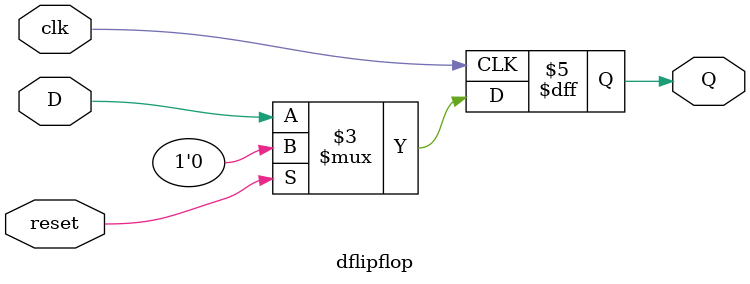
<source format=v>
`timescale 1ns / 1ps


module dflipflop( input clk,input reset,input D,output reg Q

    );
    always @(posedge clk) begin
    if(reset) begin
       Q<=0;
    end
    else begin
    Q<=D;
    end
    end
endmodule

</source>
